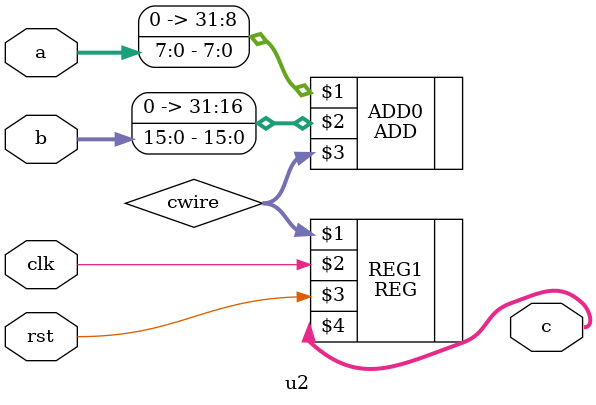
<source format=v>
`timescale 1ns / 1ps 

module u2(clk, rst, a, b, c);

input clk, rst;
input [7:0] a;
input [15:0] b;
output [31:0] c;
wire [31:0] cwire;

ADD #(.DATAWIDTH(32)) ADD0({24'b0, a[7:0]}, {16'b0, b[15:0]}, cwire);
REG #(.DATAWIDTH(32)) REG1(cwire, clk, rst, c);

endmodule

</source>
